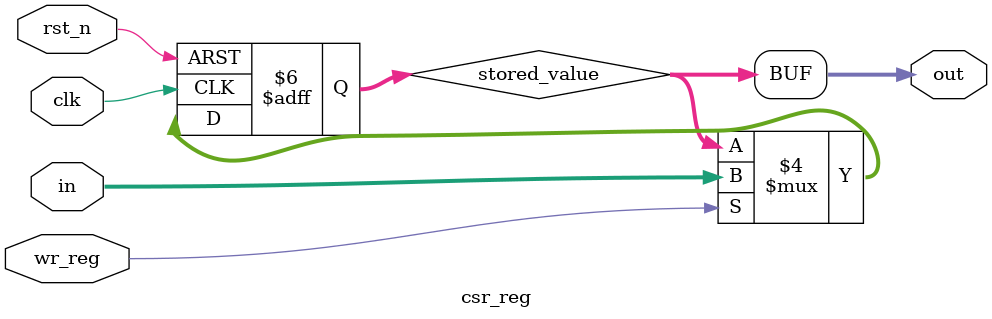
<source format=v>
module csr_reg #(
    parameter [31:0] rst_value = 32'b0
) (
    input clk,
    input rst_n,

    input [31:0] in,
    input wr_reg,

    output [31:0] out
);

    reg [31:0] stored_value;

    always @(negedge clk or negedge rst_n) begin
        if (!rst_n) stored_value <= rst_value;
        else if (wr_reg) stored_value <= in;
        else stored_value <= stored_value;
    end

    assign out = stored_value;

endmodule

</source>
